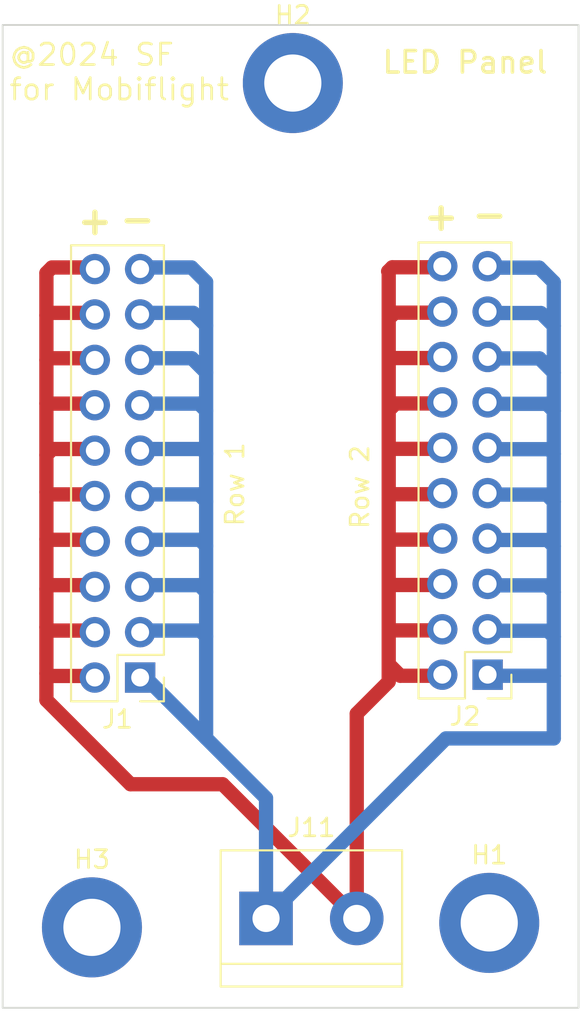
<source format=kicad_pcb>
(kicad_pcb (version 20240108) (generator "pcbnew") (generator_version "8.0")
  (layers (0 "F.Cu" signal) (31 "B.Cu" signal) (34 "B.Paste" user) (35 "F.Paste" user) (36 "B.SilkS" user "B.Silkscreen") (37 "F.SilkS" user "F.Silkscreen") (38 "B.Mask" user) (39 "F.Mask" user) (44 "Edge.Cuts" user))
  (net 0 "")
  (net 1 "GND")
  (net 2 "+9V")
  (footprint "Connector_PinHeader_2.54mm:PinHeader_2x10_P2.54mm_Vertical" (layer "F.Cu") (at 127.66 88.61 180)
    (property "Reference" "J2" (at 1.27 -2.33 360) (layer "F.SilkS"))
    (property "Value" "Conn_02x10_Odd_Even")
    (fp_line (start 3.87 -1.33) (end 3.87 24.19) (stroke (width 0.12)) (layer "F.SilkS"))
    (fp_line (start 1.27 1.27) (end 1.27 -1.33) (stroke (width 0.12)) (layer "F.SilkS"))
    (fp_line (start 1.27 -1.33) (end 3.87 -1.33) (stroke (width 0.12)) (layer "F.SilkS"))
    (fp_line (start -1.33 24.19) (end 3.87 24.19) (stroke (width 0.12)) (layer "F.SilkS"))
    (fp_line (start -1.33 1.27) (end 1.27 1.27) (stroke (width 0.12)) (layer "F.SilkS"))
    (fp_line (start -1.33 1.27) (end -1.33 24.19) (stroke (width 0.12)) (layer "F.SilkS"))
    (fp_line (start -1.33 0) (end -1.33 -1.33) (stroke (width 0.12)) (layer "F.SilkS"))
    (fp_line (start -1.33 -1.33) (end 0 -1.33) (stroke (width 0.12)) (layer "F.SilkS"))
    (pad "1" thru_hole rect (at 0 0 180) (size 1.7 1.7) (drill 1) (layers "*.Cu" "*.Mask") (net 1 "GND"))
    (pad "2" thru_hole oval (at 2.54 0 180) (size 1.7 1.7) (drill 1) (layers "*.Cu" "*.Mask") (net 2 "+9V"))
    (pad "3" thru_hole oval (at 0 2.54 180) (size 1.7 1.7) (drill 1) (layers "*.Cu" "*.Mask") (net 1 "GND"))
    (pad "4" thru_hole oval (at 2.54 2.54 180) (size 1.7 1.7) (drill 1) (layers "*.Cu" "*.Mask") (net 2 "+9V"))
    (pad "5" thru_hole oval (at 0 5.08 180) (size 1.7 1.7) (drill 1) (layers "*.Cu" "*.Mask") (net 1 "GND"))
    (pad "6" thru_hole oval (at 2.54 5.08 180) (size 1.7 1.7) (drill 1) (layers "*.Cu" "*.Mask") (net 2 "+9V"))
    (pad "7" thru_hole oval (at 0 7.62 180) (size 1.7 1.7) (drill 1) (layers "*.Cu" "*.Mask") (net 1 "GND"))
    (pad "8" thru_hole oval (at 2.54 7.62 180) (size 1.7 1.7) (drill 1) (layers "*.Cu" "*.Mask") (net 2 "+9V"))
    (pad "9" thru_hole oval (at 0 10.16 180) (size 1.7 1.7) (drill 1) (layers "*.Cu" "*.Mask") (net 1 "GND"))
    (pad "10" thru_hole oval (at 2.54 10.16 180) (size 1.7 1.7) (drill 1) (layers "*.Cu" "*.Mask") (net 2 "+9V"))
    (pad "11" thru_hole oval (at 0 12.7 180) (size 1.7 1.7) (drill 1) (layers "*.Cu" "*.Mask") (net 1 "GND"))
    (pad "12" thru_hole oval (at 2.54 12.7 180) (size 1.7 1.7) (drill 1) (layers "*.Cu" "*.Mask") (net 2 "+9V"))
    (pad "13" thru_hole oval (at 0 15.24 180) (size 1.7 1.7) (drill 1) (layers "*.Cu" "*.Mask") (net 1 "GND"))
    (pad "14" thru_hole oval (at 2.54 15.24 180) (size 1.7 1.7) (drill 1) (layers "*.Cu" "*.Mask") (net 2 "+9V"))
    (pad "15" thru_hole oval (at 0 17.78 180) (size 1.7 1.7) (drill 1) (layers "*.Cu" "*.Mask") (net 1 "GND"))
    (pad "16" thru_hole oval (at 2.54 17.78 180) (size 1.7 1.7) (drill 1) (layers "*.Cu" "*.Mask") (net 2 "+9V"))
    (pad "17" thru_hole oval (at 0 20.32 180) (size 1.7 1.7) (drill 1) (layers "*.Cu" "*.Mask") (net 1 "GND"))
    (pad "18" thru_hole oval (at 2.54 20.32 180) (size 1.7 1.7) (drill 1) (layers "*.Cu" "*.Mask") (net 2 "+9V"))
    (pad "19" thru_hole oval (at 0 22.86 180) (size 1.7 1.7) (drill 1) (layers "*.Cu" "*.Mask") (net 1 "GND"))
    (pad "20" thru_hole oval (at 2.54 22.86 180) (size 1.7 1.7) (drill 1) (layers "*.Cu" "*.Mask") (net 2 "+9V"))
  )
  (footprint "MountingHole:MountingHole_3.2mm_M3_DIN965_Pad_TopBottom" (layer "F.Cu") (at 116.75 55.5)
    (property "Reference" "H2" (at 0 -3.8 0) (layer "F.SilkS"))
    (property "Value" "MountingHole")
    (pad "1" thru_hole circle (at 0 0) (size 3.6 3.6) (drill 3.2) (layers "*.Cu" "*.Mask"))
    (pad "1" connect circle (at 0 0) (size 5.6 5.6) (layers "F.Cu" "F.Mask"))
    (pad "1" connect circle (at 0 0) (size 5.6 5.6) (layers "B.Cu" "B.Mask"))
  )
  (footprint "Connector_PinHeader_2.54mm:PinHeader_2x10_P2.54mm_Vertical" (layer "F.Cu") (at 108.2 88.77 180)
    (property "Reference" "J1" (at 1.27 -2.33 360) (layer "F.SilkS"))
    (property "Value" "Conn_02x10_Odd_Even")
    (fp_line (start 3.87 -1.33) (end 3.87 24.19) (stroke (width 0.12)) (layer "F.SilkS"))
    (fp_line (start 1.27 1.27) (end 1.27 -1.33) (stroke (width 0.12)) (layer "F.SilkS"))
    (fp_line (start 1.27 -1.33) (end 3.87 -1.33) (stroke (width 0.12)) (layer "F.SilkS"))
    (fp_line (start -1.33 24.19) (end 3.87 24.19) (stroke (width 0.12)) (layer "F.SilkS"))
    (fp_line (start -1.33 1.27) (end 1.27 1.27) (stroke (width 0.12)) (layer "F.SilkS"))
    (fp_line (start -1.33 1.27) (end -1.33 24.19) (stroke (width 0.12)) (layer "F.SilkS"))
    (fp_line (start -1.33 0) (end -1.33 -1.33) (stroke (width 0.12)) (layer "F.SilkS"))
    (fp_line (start -1.33 -1.33) (end 0 -1.33) (stroke (width 0.12)) (layer "F.SilkS"))
    (pad "1" thru_hole rect (at 0 0 180) (size 1.7 1.7) (drill 1) (layers "*.Cu" "*.Mask") (net 1 "GND"))
    (pad "2" thru_hole oval (at 2.54 0 180) (size 1.7 1.7) (drill 1) (layers "*.Cu" "*.Mask") (net 2 "+9V"))
    (pad "3" thru_hole oval (at 0 2.54 180) (size 1.7 1.7) (drill 1) (layers "*.Cu" "*.Mask") (net 1 "GND"))
    (pad "4" thru_hole oval (at 2.54 2.54 180) (size 1.7 1.7) (drill 1) (layers "*.Cu" "*.Mask") (net 2 "+9V"))
    (pad "5" thru_hole oval (at 0 5.08 180) (size 1.7 1.7) (drill 1) (layers "*.Cu" "*.Mask") (net 1 "GND"))
    (pad "6" thru_hole oval (at 2.54 5.08 180) (size 1.7 1.7) (drill 1) (layers "*.Cu" "*.Mask") (net 2 "+9V"))
    (pad "7" thru_hole oval (at 0 7.62 180) (size 1.7 1.7) (drill 1) (layers "*.Cu" "*.Mask") (net 1 "GND"))
    (pad "8" thru_hole oval (at 2.54 7.62 180) (size 1.7 1.7) (drill 1) (layers "*.Cu" "*.Mask") (net 2 "+9V"))
    (pad "9" thru_hole oval (at 0 10.16 180) (size 1.7 1.7) (drill 1) (layers "*.Cu" "*.Mask") (net 1 "GND"))
    (pad "10" thru_hole oval (at 2.54 10.16 180) (size 1.7 1.7) (drill 1) (layers "*.Cu" "*.Mask") (net 2 "+9V"))
    (pad "11" thru_hole oval (at 0 12.7 180) (size 1.7 1.7) (drill 1) (layers "*.Cu" "*.Mask") (net 1 "GND"))
    (pad "12" thru_hole oval (at 2.54 12.7 180) (size 1.7 1.7) (drill 1) (layers "*.Cu" "*.Mask") (net 2 "+9V"))
    (pad "13" thru_hole oval (at 0 15.24 180) (size 1.7 1.7) (drill 1) (layers "*.Cu" "*.Mask") (net 1 "GND"))
    (pad "14" thru_hole oval (at 2.54 15.24 180) (size 1.7 1.7) (drill 1) (layers "*.Cu" "*.Mask") (net 2 "+9V"))
    (pad "15" thru_hole oval (at 0 17.78 180) (size 1.7 1.7) (drill 1) (layers "*.Cu" "*.Mask") (net 1 "GND"))
    (pad "16" thru_hole oval (at 2.54 17.78 180) (size 1.7 1.7) (drill 1) (layers "*.Cu" "*.Mask") (net 2 "+9V"))
    (pad "17" thru_hole oval (at 0 20.32 180) (size 1.7 1.7) (drill 1) (layers "*.Cu" "*.Mask") (net 1 "GND"))
    (pad "18" thru_hole oval (at 2.54 20.32 180) (size 1.7 1.7) (drill 1) (layers "*.Cu" "*.Mask") (net 2 "+9V"))
    (pad "19" thru_hole oval (at 0 22.86 180) (size 1.7 1.7) (drill 1) (layers "*.Cu" "*.Mask") (net 1 "GND"))
    (pad "20" thru_hole oval (at 2.54 22.86 180) (size 1.7 1.7) (drill 1) (layers "*.Cu" "*.Mask") (net 2 "+9V"))
  )
  (footprint "MountingHole:MountingHole_3.2mm_M3_DIN965_Pad_TopBottom" (layer "F.Cu") (at 105.5 102.75)
    (property "Reference" "H3" (at 0 -3.8 0) (layer "F.SilkS"))
    (property "Value" "MountingHole")
    (pad "1" thru_hole circle (at 0 0) (size 3.6 3.6) (drill 3.2) (layers "*.Cu" "*.Mask"))
    (pad "1" connect circle (at 0 0) (size 5.6 5.6) (layers "F.Cu" "F.Mask"))
    (pad "1" connect circle (at 0 0) (size 5.6 5.6) (layers "B.Cu" "B.Mask"))
  )
  (footprint "MountingHole:MountingHole_3.2mm_M3_DIN965_Pad_TopBottom" (layer "F.Cu") (at 127.75 102.5)
    (property "Reference" "H1" (at 0 -3.8 0) (layer "F.SilkS"))
    (property "Value" "MountingHole")
    (pad "1" thru_hole circle (at 0 0) (size 3.6 3.6) (drill 3.2) (layers "*.Cu" "*.Mask"))
    (pad "1" connect circle (at 0 0) (size 5.6 5.6) (layers "F.Cu" "F.Mask"))
    (pad "1" connect circle (at 0 0) (size 5.6 5.6) (layers "B.Cu" "B.Mask"))
  )
  (footprint "TerminalBlock:TerminalBlock_bornier-2_P5.08mm" (layer "F.Cu") (at 115.25 102.25)
    (property "Reference" "J11" (at 2.54 -5.08 0) (layer "F.SilkS"))
    (property "Value" "BOARD_CONN")
    (fp_line (start -2.54 -3.81) (end -2.54 3.81) (stroke (width 0.12)) (layer "F.SilkS"))
    (fp_line (start -2.54 3.81) (end 7.62 3.81) (stroke (width 0.12)) (layer "F.SilkS"))
    (fp_line (start 7.62 -3.81) (end -2.54 -3.81) (stroke (width 0.12)) (layer "F.SilkS"))
    (fp_line (start 7.62 2.54) (end -2.54 2.54) (stroke (width 0.12)) (layer "F.SilkS"))
    (fp_line (start 7.62 3.81) (end 7.62 -3.81) (stroke (width 0.12)) (layer "F.SilkS"))
    (pad "1" thru_hole rect (at 0 0) (size 3 3) (drill 1.52) (layers "*.Cu" "*.Mask") (net 1 "GND"))
    (pad "2" thru_hole circle (at 5.08 0) (size 3 3) (drill 1.52) (layers "*.Cu" "*.Mask") (net 2 "+9V"))
  )
  (gr_rect (start 100.5 52.25) (end 132.75 107.25) (stroke (width 0.1)) (fill none) (layer "Edge.Cuts"))
  (gr_text "Row 1" (at 114.09 80.39 90) (layer "F.SilkS") (effects (font (size 1 1)) (justify left bottom)))
  (gr_text "+" (at 123.93 63.83 0) (layer "F.SilkS") (effects (font (size 1.5 1.5) (thickness 0.3) (bold yes)) (justify left bottom)))
  (gr_text "LED Panel" (at 121.66 55.04 0) (layer "F.SilkS") (effects (font (size 1.2 1.2) (thickness 0.2) (bold yes)) (justify left bottom)))
  (gr_text "Row 2" (at 121.09 80.54 90) (layer "F.SilkS") (effects (font (size 1 1)) (justify left bottom)))
  (gr_text "-" (at 106.92 63.98 0) (layer "F.SilkS") (effects (font (size 1.5 1.5) (thickness 0.3) (bold yes)) (justify left bottom)))
  (gr_text "-" (at 126.64 63.72 0) (layer "F.SilkS") (effects (font (size 1.5 1.5) (thickness 0.3) (bold yes)) (justify left bottom)))
  (gr_text "+" (at 104.54 64.07 0) (layer "F.SilkS") (effects (font (size 1.5 1.5) (thickness 0.3) (bold yes)) (justify left bottom)))
  (gr_text "@2024 SF\nfor Mobiflight" (at 100.79 56.55 0) (layer "F.SilkS") (effects (font (size 1.2 1.2)) (justify left bottom)))
  (segment (start 111.895 71.7) (end 111.895 73.84) (width 0.8) (layer "B.Cu") (net 1))
  (segment (start 131.355 88.67) (end 131.365 88.68) (width 0.8) (layer "B.Cu") (net 1))
  (segment (start 115.25 102.25) (end 125.325 92.175) (width 0.8) (layer "B.Cu") (net 1))
  (segment (start 108.41 78.52) (end 111.495 78.52) (width 0.8) (layer "B.Cu") (net 1))
  (segment (start 131.035 86.15) (end 131.365 86.48) (width 0.8) (layer "B.Cu") (net 1))
  (segment (start 127.88 70.91) (end 130.565 70.91) (width 0.8) (layer "B.Cu") (net 1))
  (segment (start 130.985 83.61) (end 131.365 83.99) (width 0.8) (layer "B.Cu") (net 1))
  (segment (start 127.88 68.37) (end 130.645 68.37) (width 0.8) (layer "B.Cu") (net 1))
  (segment (start 127.88 73.45) (end 130.965 73.45) (width 0.8) (layer "B.Cu") (net 1))
  (segment (start 111.495 78.52) (end 111.895 78.92) (width 0.8) (layer "B.Cu") (net 1))
  (segment (start 115.25 102.25) (end 115.25 95.52) (width 0.8) (layer "B.Cu") (net 1))
  (segment (start 131.365 81.42) (end 131.365 83.99) (width 0.8) (layer "B.Cu") (net 1))
  (segment (start 108.41 81.06) (end 111.545 81.06) (width 0.8) (layer "B.Cu") (net 1))
  (segment (start 131.365 86.48) (end 131.365 88.68) (width 0.8) (layer "B.Cu") (net 1))
  (segment (start 108.41 73.44) (end 111.495 73.44) (width 0.8) (layer "B.Cu") (net 1))
  (segment (start 111.895 78.92) (end 111.895 81.41) (width 0.8) (layer "B.Cu") (net 1))
  (segment (start 127.88 75.99) (end 131.105 75.99) (width 0.8) (layer "B.Cu") (net 1))
  (segment (start 127.74 88.67) (end 131.355 88.67) (width 0.8) (layer "B.Cu") (net 1))
  (segment (start 111.495 73.44) (end 111.895 73.84) (width 0.8) (layer "B.Cu") (net 1))
  (segment (start 108.41 75.98) (end 111.635 75.98) (width 0.8) (layer "B.Cu") (net 1))
  (segment (start 111.895 92.165) (end 108.41 88.68) (width 0.8) (layer "B.Cu") (net 1))
  (segment (start 127.88 83.61) (end 130.985 83.61) (width 0.8) (layer "B.Cu") (net 1))
  (segment (start 127.88 86.15) (end 131.035 86.15) (width 0.8) (layer "B.Cu") (net 1))
  (segment (start 108.41 68.36) (end 111.175 68.36) (width 0.8) (layer "B.Cu") (net 1))
  (segment (start 108.41 70.9) (end 111.095 70.9) (width 0.8) (layer "B.Cu") (net 1))
  (segment (start 115.25 95.52) (end 111.895 92.165) (width 0.8) (layer "B.Cu") (net 1))
  (segment (start 131.365 76.25) (end 131.365 78.93) (width 0.8) (layer "B.Cu") (net 1))
  (segment (start 111.635 75.98) (end 111.895 76.24) (width 0.8) (layer "B.Cu") (net 1))
  (segment (start 131.015 81.07) (end 131.365 81.42) (width 0.8) (layer "B.Cu") (net 1))
  (segment (start 111.895 66.635) (end 111.895 69.08) (width 0.8) (layer "B.Cu") (net 1))
  (segment (start 111.565 86.14) (end 111.895 86.47) (width 0.8) (layer "B.Cu") (net 1))
  (segment (start 111.895 86.47) (end 111.895 92.165) (width 0.8) (layer "B.Cu") (net 1))
  (segment (start 130.55 65.83) (end 131.365 66.645) (width 0.8) (layer "B.Cu") (net 1))
  (segment (start 125.325 92.175) (end 131.365 92.175) (width 0.8) (layer "B.Cu") (net 1))
  (segment (start 111.515 83.6) (end 111.895 83.98) (width 0.8) (layer "B.Cu") (net 1))
  (segment (start 130.645 68.37) (end 131.365 69.09) (width 0.8) (layer "B.Cu") (net 1))
  (segment (start 111.895 69.08) (end 111.895 71.7) (width 0.8) (layer "B.Cu") (net 1))
  (segment (start 111.895 76.24) (end 111.895 78.92) (width 0.8) (layer "B.Cu") (net 1))
  (segment (start 131.365 78.93) (end 131.365 81.42) (width 0.8) (layer "B.Cu") (net 1))
  (segment (start 131.365 66.645) (end 131.365 69.09) (width 0.8) (layer "B.Cu") (net 1))
  (segment (start 131.365 69.09) (end 131.365 71.71) (width 0.8) (layer "B.Cu") (net 1))
  (segment (start 131.365 73.85) (end 131.365 76.25) (width 0.8) (layer "B.Cu") (net 1))
  (segment (start 111.175 68.36) (end 111.895 69.08) (width 0.8) (layer "B.Cu") (net 1))
  (segment (start 111.895 81.41) (end 111.895 83.98) (width 0.8) (layer "B.Cu") (net 1))
  (segment (start 131.365 83.99) (end 131.365 86.48) (width 0.8) (layer "B.Cu") (net 1))
  (segment (start 127.88 65.83) (end 130.55 65.83) (width 0.8) (layer "B.Cu") (net 1))
  (segment (start 131.105 75.99) (end 131.365 76.25) (width 0.8) (layer "B.Cu") (net 1))
  (segment (start 111.545 81.06) (end 111.895 81.41) (width 0.8) (layer "B.Cu") (net 1))
  (segment (start 130.565 70.91) (end 131.365 71.71) (width 0.8) (layer "B.Cu") (net 1))
  (segment (start 130.965 73.45) (end 131.365 73.85) (width 0.8) (layer "B.Cu") (net 1))
  (segment (start 111.895 83.98) (end 111.895 86.47) (width 0.8) (layer "B.Cu") (net 1))
  (segment (start 130.965 78.53) (end 131.365 78.93) (width 0.8) (layer "B.Cu") (net 1))
  (segment (start 131.365 88.68) (end 131.365 92.175) (width 0.8) (layer "B.Cu") (net 1))
  (segment (start 111.895 73.84) (end 111.895 76.24) (width 0.8) (layer "B.Cu") (net 1))
  (segment (start 127.88 78.53) (end 130.965 78.53) (width 0.8) (layer "B.Cu") (net 1))
  (segment (start 111.08 65.82) (end 111.895 66.635) (width 0.8) (layer "B.Cu") (net 1))
  (segment (start 127.88 81.07) (end 131.015 81.07) (width 0.8) (layer "B.Cu") (net 1))
  (segment (start 108.41 86.14) (end 111.565 86.14) (width 0.8) (layer "B.Cu") (net 1))
  (segment (start 108.41 83.6) (end 111.515 83.6) (width 0.8) (layer "B.Cu") (net 1))
  (segment (start 111.095 70.9) (end 111.895 71.7) (width 0.8) (layer "B.Cu") (net 1))
  (segment (start 108.41 65.82) (end 111.08 65.82) (width 0.8) (layer "B.Cu") (net 1))
  (segment (start 131.365 71.71) (end 131.365 73.85) (width 0.8) (layer "B.Cu") (net 1))
  (segment (start 122.32 65.81) (end 125.2 65.81) (width 0.8) (layer "F.Cu") (net 2))
  (segment (start 105.87 75.98) (end 103.29 75.98) (width 0.8) (layer "F.Cu") (net 2))
  (segment (start 122.12 83.64) (end 122.12 80.99) (width 0.8) (layer "F.Cu") (net 2))
  (segment (start 102.95 73.43) (end 102.95 71) (width 0.8) (layer "F.Cu") (net 2))
  (segment (start 120.33 102.25) (end 120.33 90.79) (width 0.8) (layer "F.Cu") (net 2))
  (segment (start 102.95 68.5) (end 102.95 66.13) (width 0.8) (layer "F.Cu") (net 2))
  (segment (start 103.08 78.52) (end 102.95 78.39) (width 0.8) (layer "F.Cu") (net 2))
  (segment (start 105.87 68.36) (end 103.09 68.36) (width 0.8) (layer "F.Cu") (net 2))
  (segment (start 105.87 88.68) (end 103.09 88.68) (width 0.8) (layer "F.Cu") (net 2))
  (segment (start 105.87 81.06) (end 102.99 81.06) (width 0.8) (layer "F.Cu") (net 2))
  (segment (start 125.2 70.89) (end 122.36 70.89) (width 0.8) (layer "F.Cu") (net 2))
  (segment (start 102.95 90.03) (end 102.95 88.54) (width 0.8) (layer "F.Cu") (net 2))
  (segment (start 122.12 66.07) (end 122.09 66.04) (width 0.8) (layer "F.Cu") (net 2))
  (segment (start 102.95 85.95) (end 102.95 83.81) (width 0.8) (layer "F.Cu") (net 2))
  (segment (start 125.2 68.35) (end 122.46 68.35) (width 0.8) (layer "F.Cu") (net 2))
  (segment (start 125.2 88.67) (end 122.77 88.67) (width 0.8) (layer "F.Cu") (net 2))
  (segment (start 103.26 65.82) (end 105.87 65.82) (width 0.8) (layer "F.Cu") (net 2))
  (segment (start 102.95 88.54) (end 102.95 85.95) (width 0.8) (layer "F.Cu") (net 2))
  (segment (start 122.16 75.97) (end 122.12 75.93) (width 0.8) (layer "F.Cu") (net 2))
  (segment (start 103.05 70.9) (end 102.95 71) (width 0.8) (layer "F.Cu") (net 2))
  (segment (start 122.18 81.05) (end 122.12 80.99) (width 0.8) (layer "F.Cu") (net 2))
  (segment (start 122.12 75.93) (end 122.12 73.82) (width 0.8) (layer "F.Cu") (net 2))
  (segment (start 102.95 83.81) (end 102.95 81.02) (width 0.8) (layer "F.Cu") (net 2))
  (segment (start 102.95 71) (end 102.95 68.5) (width 0.8) (layer "F.Cu") (net 2))
  (segment (start 122.12 68.69) (end 122.12 66.07) (width 0.8) (layer "F.Cu") (net 2))
  (segment (start 122.09 66.04) (end 122.32 65.81) (width 0.8) (layer "F.Cu") (net 2))
  (segment (start 107.66 94.74) (end 102.95 90.03) (width 0.8) (layer "F.Cu") (net 2))
  (segment (start 103.14 86.14) (end 102.95 85.95) (width 0.8) (layer "F.Cu") (net 2))
  (segment (start 103.29 75.98) (end 102.95 76.32) (width 0.8) (layer "F.Cu") (net 2))
  (segment (start 105.87 86.14) (end 103.14 86.14) (width 0.8) (layer "F.Cu") (net 2))
  (segment (start 102.96 73.44) (end 102.95 73.43) (width 0.8) (layer "F.Cu") (net 2))
  (segment (start 122.77 88.67) (end 122.12 88.02) (width 0.8) (layer "F.Cu") (net 2))
  (segment (start 122.51 73.43) (end 122.12 73.82) (width 0.8) (layer "F.Cu") (net 2))
  (segment (start 125.2 73.43) (end 122.51 73.43) (width 0.8) (layer "F.Cu") (net 2))
  (segment (start 125.2 75.97) (end 122.16 75.97) (width 0.8) (layer "F.Cu") (net 2))
  (segment (start 122.46 68.35) (end 122.12 68.69) (width 0.8) (layer "F.Cu") (net 2))
  (segment (start 125.2 83.59) (end 122.17 83.59) (width 0.8) (layer "F.Cu") (net 2))
  (segment (start 103.09 68.36) (end 102.95 68.5) (width 0.8) (layer "F.Cu") (net 2))
  (segment (start 122.12 89) (end 122.12 88.02) (width 0.8) (layer "F.Cu") (net 2))
  (segment (start 120.33 90.79) (end 122.12 89) (width 0.8) (layer "F.Cu") (net 2))
  (segment (start 122.16 78.51) (end 122.12 78.55) (width 0.8) (layer "F.Cu") (net 2))
  (segment (start 105.87 70.9) (end 103.05 70.9) (width 0.8) (layer "F.Cu") (net 2))
  (segment (start 122.12 88.02) (end 122.12 85.95) (width 0.8) (layer "F.Cu") (net 2))
  (segment (start 125.2 81.05) (end 122.18 81.05) (width 0.8) (layer "F.Cu") (net 2))
  (segment (start 102.95 66.13) (end 103.26 65.82) (width 0.8) (layer "F.Cu") (net 2))
  (segment (start 122.36 70.89) (end 122.12 71.13) (width 0.8) (layer "F.Cu") (net 2))
  (segment (start 102.95 76.32) (end 102.95 73.43) (width 0.8) (layer "F.Cu") (net 2))
  (segment (start 125.2 86.13) (end 122.3 86.13) (width 0.8) (layer "F.Cu") (net 2))
  (segment (start 120.33 102.25) (end 112.82 94.74) (width 0.8) (layer "F.Cu") (net 2))
  (segment (start 122.3 86.13) (end 122.12 85.95) (width 0.8) (layer "F.Cu") (net 2))
  (segment (start 122.12 78.55) (end 122.12 75.93) (width 0.8) (layer "F.Cu") (net 2))
  (segment (start 103.09 88.68) (end 102.95 88.54) (width 0.8) (layer "F.Cu") (net 2))
  (segment (start 102.95 81.02) (end 102.95 78.39) (width 0.8) (layer "F.Cu") (net 2))
  (segment (start 105.87 73.44) (end 102.96 73.44) (width 0.8) (layer "F.Cu") (net 2))
  (segment (start 112.82 94.74) (end 107.66 94.74) (width 0.8) (layer "F.Cu") (net 2))
  (segment (start 122.17 83.59) (end 122.12 83.64) (width 0.8) (layer "F.Cu") (net 2))
  (segment (start 125.2 78.51) (end 122.16 78.51) (width 0.8) (layer "F.Cu") (net 2))
  (segment (start 122.12 73.82) (end 122.12 71.13) (width 0.8) (layer "F.Cu") (net 2))
  (segment (start 105.87 83.6) (end 103.16 83.6) (width 0.8) (layer "F.Cu") (net 2))
  (segment (start 122.12 85.95) (end 122.12 83.64) (width 0.8) (layer "F.Cu") (net 2))
  (segment (start 102.99 81.06) (end 102.95 81.02) (width 0.8) (layer "F.Cu") (net 2))
  (segment (start 122.12 71.13) (end 122.12 68.69) (width 0.8) (layer "F.Cu") (net 2))
  (segment (start 122.12 80.99) (end 122.12 78.55) (width 0.8) (layer "F.Cu") (net 2))
  (segment (start 105.87 78.52) (end 103.08 78.52) (width 0.8) (layer "F.Cu") (net 2))
  (segment (start 102.95 78.39) (end 102.95 76.32) (width 0.8) (layer "F.Cu") (net 2))
  (segment (start 103.16 83.6) (end 102.95 83.81) (width 0.8) (layer "F.Cu") (net 2))
)
</source>
